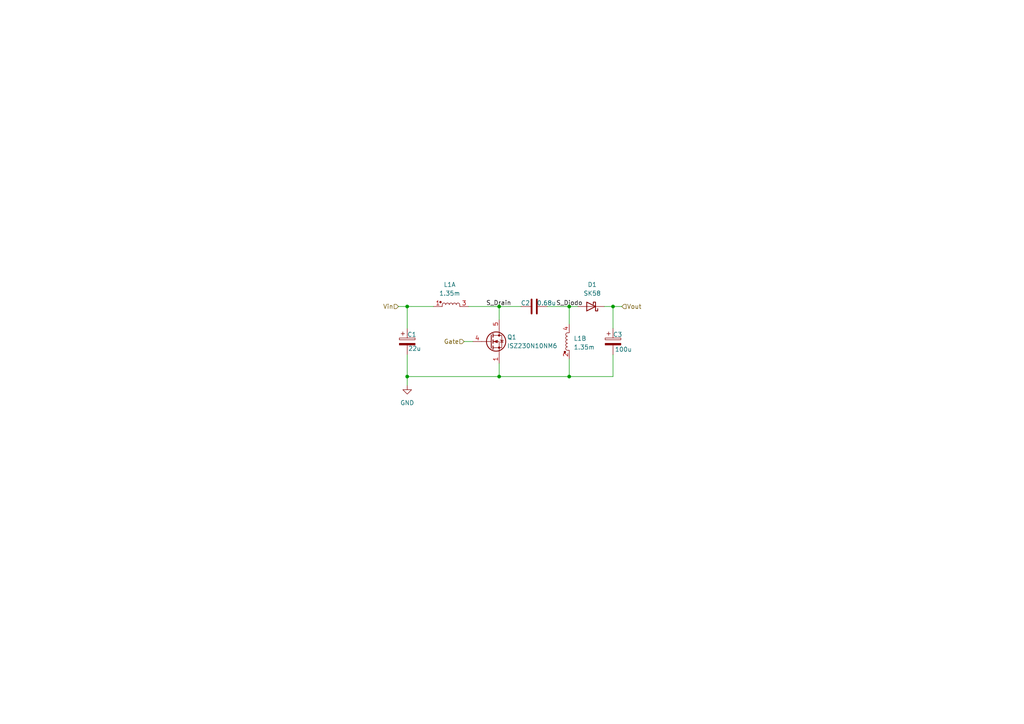
<source format=kicad_sch>
(kicad_sch (version 20250114) (generator "eeschema") (generator_version "9.0")
  (paper "A4")
  (lib_symbols
    (symbol "Device:C" (pin_numbers (hide yes)) (pin_names (offset 0.254))
      (property "Reference" "C" (at 0.635 2.54 0))
      (property "Value" "C" (at 0.635 -2.54 0))
      (symbol "C_0_1"
        (polyline (pts (xy -2.032 0.762) (xy 2.032 0.762)) (stroke (width 0.508)))
        (polyline (pts (xy -2.032 -0.762) (xy 2.032 -0.762)) (stroke (width 0.508)))
      )
      (symbol "C_1_1"
        (pin passive line (at 0 3.81 270) (length 2.794) (name "~") (number "1"))
        (pin passive line (at 0 -3.81 90) (length 2.794) (name "~") (number "2"))
      )
    )
    (symbol "Device:C_Polarized" (pin_numbers (hide yes)) (pin_names (offset 0.254))
      (property "Reference" "C" (at 0.635 2.54 0))
      (property "Value" "C_Polarized" (at 0.635 -2.54 0))
      (symbol "C_Polarized_0_1"
        (rectangle (start -2.286 0.508) (end 2.286 1.016))
        (polyline (pts (xy -1.778 2.286) (xy -0.762 2.286)))
        (polyline (pts (xy -1.27 2.794) (xy -1.27 1.778)))
        (rectangle (start 2.286 -0.508) (end -2.286 -1.016) (fill (type outline)))
      )
      (symbol "C_Polarized_1_1"
        (pin passive line (at 0 3.81 270) (length 2.794) (name "~") (number "1"))
        (pin passive line (at 0 -3.81 90) (length 2.794) (name "~") (number "2"))
      )
    )
    (symbol "Device:D_Schottky" (pin_numbers (hide yes)) (pin_names (offset 1.016) (hide yes))
      (property "Reference" "D" (at 0 2.54 0))
      (property "Value" "D_Schottky" (at 0 -2.54 0))
      (symbol "D_Schottky_0_1"
        (polyline (pts (xy -1.905 0.635) (xy -1.905 1.27) (xy -1.27 1.27) (xy -1.27 -1.27) (xy -0.635 -1.27) (xy -0.635 -0.635)) (stroke (width 0.254)))
        (polyline (pts (xy 1.27 1.27) (xy 1.27 -1.27) (xy -1.27 0) (xy 1.27 1.27)) (stroke (width 0.254)))
        (polyline (pts (xy 1.27 0) (xy -1.27 0)))
      )
      (symbol "D_Schottky_1_1"
        (pin passive line (at -3.81 0 0) (length 2.54) (name "K") (number "1"))
        (pin passive line (at 3.81 0 180) (length 2.54) (name "A") (number "2"))
      )
    )
    (symbol "L_Coupled_1"
      (property "Reference" "L" (at 0 2.794 0))
      (property "Value" "L_Coupled" (at 0 0 0))
      (symbol "L_Coupled_1_0_1"
        (circle (center -3.048 1.27) (radius 0.254) (fill (type outline)))
        (polyline (pts (xy -2.54 0.508) (xy -2.54 0)))
        (arc (start -2.54 0.508) (mid -2.032 1.0138) (end -1.524 0.508))
        (arc (start -1.524 0.508) (mid -1.016 1.0138) (end -0.508 0.508))
        (arc (start -0.508 0.508) (mid 0 1.0138) (end 0.508 0.508))
        (arc (start 0.508 0.508) (mid 1.016 1.0138) (end 1.524 0.508))
        (arc (start 1.524 0.508) (mid 2.032 1.0138) (end 2.54 0.508))
        (polyline (pts (xy 2.54 0.508) (xy 2.54 0)))
      )
      (symbol "L_Coupled_1_1_1"
        (pin passive line (at -5.08 0 0) (length 2.54) (name "") (number "1"))
        (pin passive line (at 5.08 0 180) (length 2.54) (name "") (number "3"))
      )
      (symbol "L_Coupled_1_2_1"
        (pin passive line (at -5.08 0 0) (length 2.54) (name "") (number "2"))
        (pin passive line (at 5.08 0 180) (length 2.54) (name "") (number "4"))
      )
    )
    (symbol "epicsepic:ISZ230N10NM6" (pin_names (hide yes))
      (property "Reference" "Q" (at 5.08 1.905 0))
      (property "Value" "ISZ230N10NM6" (at 5.08 0 0))
      (symbol "ISZ230N10NM6_0_1"
        (polyline (pts (xy 0.254 1.905) (xy 0.254 -1.905)) (stroke (width 0.254)))
        (polyline (pts (xy 0.254 0) (xy -2.54 0)))
        (polyline (pts (xy 0.762 2.286) (xy 0.762 1.27)) (stroke (width 0.254)))
        (polyline (pts (xy 0.762 0.508) (xy 0.762 -0.508)) (stroke (width 0.254)))
        (polyline (pts (xy 0.762 -1.27) (xy 0.762 -2.286)) (stroke (width 0.254)))
        (polyline (pts (xy 0.762 -1.778) (xy 3.302 -1.778) (xy 3.302 1.778) (xy 0.762 1.778)))
        (polyline (pts (xy 1.016 0) (xy 2.032 0.381) (xy 2.032 -0.381) (xy 1.016 0)) (fill (type outline)))
        (circle (center 1.651 0) (radius 2.794) (stroke (width 0.254)))
        (polyline (pts (xy 2.54 2.54) (xy 2.54 3.81)))
        (polyline (pts (xy 2.54 2.54) (xy 2.54 1.778)))
        (circle (center 2.54 1.778) (radius 0.254) (fill (type outline)))
        (circle (center 2.54 -1.778) (radius 0.254) (fill (type outline)))
        (polyline (pts (xy 2.54 -2.54) (xy 2.54 -3.81)))
        (polyline (pts (xy 2.54 -2.54) (xy 2.54 0) (xy 0.762 0)))
        (polyline (pts (xy 2.794 0.508) (xy 2.921 0.381) (xy 3.683 0.381) (xy 3.81 0.254)))
        (polyline (pts (xy 3.302 0.381) (xy 2.921 -0.254) (xy 3.683 -0.254) (xy 3.302 0.381)))
      )
      (symbol "ISZ230N10NM6_1_0"
        (pin input line (at -5.08 0 0) (length 2.54) (name "G") (number "4"))
        (pin passive line (at 2.54 6.35 270) (length 2.54) (name "D") (number "5"))
      )
      (symbol "ISZ230N10NM6_1_1"
        (pin passive line (at 2.54 -6.35 90) (length 2.54) (name "S") (number "1"))
      )
    )
    (symbol "epicsepic:L_Coupled"
      (property "Reference" "L" (at 0 2.794 0))
      (property "Value" "L_Coupled" (at 0 0 0))
      (symbol "L_Coupled_0_1"
        (circle (center -3.048 1.27) (radius 0.254) (fill (type outline)))
        (polyline (pts (xy -2.54 0.508) (xy -2.54 0)))
        (arc (start -2.54 0.508) (mid -2.032 1.0138) (end -1.524 0.508))
        (arc (start -1.524 0.508) (mid -1.016 1.0138) (end -0.508 0.508))
        (arc (start -0.508 0.508) (mid 0 1.0138) (end 0.508 0.508))
        (arc (start 0.508 0.508) (mid 1.016 1.0138) (end 1.524 0.508))
        (arc (start 1.524 0.508) (mid 2.032 1.0138) (end 2.54 0.508))
        (polyline (pts (xy 2.54 0.508) (xy 2.54 0)))
      )
      (symbol "L_Coupled_1_1"
        (pin passive line (at -5.08 0 0) (length 2.54) (name "") (number "1"))
        (pin passive line (at 5.08 0 180) (length 2.54) (name "") (number "3"))
      )
      (symbol "L_Coupled_2_1"
        (pin passive line (at -5.08 0 0) (length 2.54) (name "") (number "2"))
        (pin passive line (at 5.08 0 180) (length 2.54) (name "") (number "4"))
      )
    )
    (symbol "power:GND" (power) (pin_numbers (hide yes)) (pin_names (offset 0) (hide yes))
      (property "Value" "GND" (at 0 -3.81 0))
      (symbol "GND_0_1"
        (polyline (pts (xy 0 0) (xy 0 -1.27) (xy 1.27 -1.27) (xy 0 -2.54) (xy -1.27 -1.27) (xy 0 -1.27)))
      )
      (symbol "GND_1_1"
        (pin power_in line (at 0 0 270) (length 0) (name "~") (number "1"))
      )
    )
  )
  (junction (at 118.11 109.22))
  (junction (at 144.78 88.9))
  (junction (at 165.1 109.22))
  (junction (at 144.78 109.22))
  (junction (at 118.11 88.9))
  (junction (at 165.1 88.9))
  (junction (at 177.8 88.9))
  (wire (pts (xy 118.11 102.87) (xy 118.11 109.22)))
  (wire (pts (xy 144.78 88.9) (xy 144.78 92.71)))
  (wire (pts (xy 165.1 104.14) (xy 165.1 109.22)))
  (wire (pts (xy 175.26 88.9) (xy 177.8 88.9)))
  (wire (pts (xy 144.78 88.9) (xy 151.13 88.9)))
  (wire (pts (xy 165.1 109.22) (xy 177.8 109.22)))
  (wire (pts (xy 165.1 88.9) (xy 165.1 93.98)))
  (wire (pts (xy 144.78 109.22) (xy 165.1 109.22)))
  (wire (pts (xy 134.62 99.06) (xy 137.16 99.06)))
  (wire (pts (xy 177.8 88.9) (xy 180.34 88.9)))
  (wire (pts (xy 165.1 88.9) (xy 167.64 88.9)))
  (wire (pts (xy 125.73 88.9) (xy 118.11 88.9)))
  (wire (pts (xy 135.89 88.9) (xy 144.78 88.9)))
  (wire (pts (xy 177.8 88.9) (xy 177.8 95.25)))
  (wire (pts (xy 144.78 105.41) (xy 144.78 109.22)))
  (wire (pts (xy 118.11 109.22) (xy 144.78 109.22)))
  (wire (pts (xy 177.8 109.22) (xy 177.8 102.87)))
  (wire (pts (xy 118.11 109.22) (xy 118.11 111.76)))
  (wire (pts (xy 118.11 88.9) (xy 118.11 95.25)))
  (wire (pts (xy 115.57 88.9) (xy 118.11 88.9)))
  (wire (pts (xy 158.75 88.9) (xy 165.1 88.9)))
  (label "S_Diodo" (at 161.29 88.9 0))
  (label "S_Drain" (at 140.97 88.9 0))
  (hierarchical_label "Vin" (shape input) (at 115.57 88.9 180))
  (hierarchical_label "Gate" (shape input) (at 134.62 99.06 180))
  (hierarchical_label "Vout" (shape input) (at 180.34 88.9 0))
  (symbol (lib_id "Device:C_Polarized") (at 177.8 99.06 0) (unit 1)
    (property "Reference" "C3" (at 177.8 97.028 0) (effects (justify left)))
    (property "Value" "100u" (at 178.308 101.346 0) (effects (justify left)))
    (property "Footprint" "Capacitor_SMD:CP_Elec_10x12.5" (effects (hide yes)))
    (property "Datasheet" "https://content.kemet.com/datasheets/KEM_A4071_A767.pdf" (effects (hide yes)))
    (property "Description" "Condensador de polímero, 63V" (effects (hide yes)))
    (property "Dist" "Mouser" (effects (hide yes)))
    (property "DistPN" "80-A767MU107M1JLAE28" (effects (hide yes)))
    (property "Mfg" "Kemet" (effects (hide yes)))
    (property "MfgPN" "A767MU107M1JLAE28" (effects (hide yes)))
  )
  (symbol (lib_id "epicsepic:L_Coupled") (at 165.1 99.06 90) (unit 2)
    (property "Reference" "L1" (at 166.37 98.1709 90) (effects (justify right)))
    (property "Value" "1.35m" (at 166.37 100.7109 90) (effects (justify right)))
    (property "Footprint" "footprints:SRF1280680M" (effects (hide yes)))
    (property "Datasheet" "https://bourns.com/docs/product-datasheets/srf1280.pdf" (effects (hide yes)))
    (property "Description" "Inductor acoplado" (effects (hide yes)))
    (property "Dist" "Mouser" (effects (hide yes)))
    (property "DistPN" "652-SRF1280-680M" (effects (hide yes)))
    (property "Mfg" "Bourns" (effects (hide yes)))
    (property "MfgPN" "SRF1280-680M" (effects (hide yes)))
  )
  (symbol (lib_id "epicsepic:ISZ230N10NM6") (at 142.24 99.06 0) (unit 1)
    (property "Reference" "Q1" (at 147.066 97.79 0) (effects (justify left)))
    (property "Value" "ISZ230N10NM6" (at 147.066 100.33 0) (effects (justify left)))
    (property "Footprint" "footprints:PG-TSDSON-8-25" (effects (hide yes)))
    (property "Datasheet" "https://www.infineon.com/assets/row/public/documents/24/49/infineon-isz230n10nm6-datasheet-en.pdf" (effects (hide yes)))
    (property "Description" "MOSFET Canal N, 31A Id, 100V Vds, 23mOhm Rds" (effects (hide yes)))
    (property "Dist" "Mouser" (effects (hide yes)))
    (property "DistPN" "726-ISZ230N10NM6ATMA" (effects (hide yes)))
    (property "Mfg" "Infineon" (effects (hide yes)))
    (property "MfgPN" "ISZ230N10NM6ATMA1" (effects (hide yes)))
  )
  (symbol (lib_id "Device:C") (at 154.94 88.9 90) (unit 1)
    (property "Reference" "C2" (at 152.4 87.884 90))
    (property "Value" "0.68u" (at 158.496 87.884 90))
    (property "Footprint" "Capacitor_SMD:C_1206_3216Metric" (effects (hide yes)))
    (property "Datasheet" "https://content.kemet.com/datasheets/KEM_C1002_X7R_SMD.pdf" (effects (hide yes)))
    (property "Description" "Condensador cerámico. 100V" (effects (hide yes)))
    (property "Dist" "Mouser" (effects (hide yes)))
    (property "DistPN" "80-C1206C684M1R" (effects (hide yes)))
    (property "Mfg" "Kemet" (effects (hide yes)))
    (property "MfgPN" "C1206C684M1RACTU" (effects (hide yes)))
  )
  (symbol (lib_id "power:GND") (at 118.11 111.76 0) (unit 1)
    (property "Reference" "#PWR04" (effects (hide yes)))
    (property "Value" "GND" (at 118.11 116.84 0))
    (property "Description" "Power symbol creates a global label with name \"GND\" , ground" (effects (hide yes)))
  )
  (symbol (lib_id "Device:D_Schottky") (at 171.45 88.9 180) (unit 1)
    (property "Reference" "D1" (at 171.7675 82.55 0))
    (property "Value" "SK58" (at 171.7675 85.09 0))
    (property "Footprint" "Diode_SMD:D_SMB" (effects (hide yes)))
    (property "Datasheet" "https://diotec.com/request/datasheet/sk52.pdf" (effects (hide yes)))
    (property "Description" "Diodo Schottky, 5A, 80V" (effects (hide yes)))
    (property "Dist" "Mouser" (effects (hide yes)))
    (property "DistPN" "637-SK58" (effects (hide yes)))
    (property "Mfg" "Diotec" (effects (hide yes)))
    (property "MfgPN" "SK58" (effects (hide yes)))
  )
  (symbol (lib_id "Device:C_Polarized") (at 118.11 99.06 0) (unit 1)
    (property "Reference" "C1" (at 118.11 97.028 0) (effects (justify left)))
    (property "Value" "22u" (at 118.364 101.092 0) (effects (justify left)))
    (property "Footprint" "Capacitor_SMD:CP_Elec_8x10" (effects (hide yes)))
    (property "Datasheet" "https://content.kemet.com/datasheets/KEM_A4071_A767.pdf" (effects (hide yes)))
    (property "Description" "Condensador de polímero, 50V" (effects (hide yes)))
    (property "Dist" "Mouser" (effects (hide yes)))
    (property "DistPN" "80-A767KN226M1HLAE50" (effects (hide yes)))
    (property "Mfg" "Kemet" (effects (hide yes)))
    (property "MfgPN" "A767KN226M1HLAE050" (effects (hide yes)))
  )
  (symbol (lib_name "L_Coupled_1") (lib_id "epicsepic:L_Coupled") (at 130.81 88.9 0) (unit 1)
    (property "Reference" "L1" (at 130.429 82.55 0))
    (property "Value" "1.35m" (at 130.429 85.09 0))
    (property "Footprint" "footprints:SRF1280680M" (effects (hide yes)))
    (property "Datasheet" "https://bourns.com/docs/product-datasheets/srf1280.pdf" (effects (hide yes)))
    (property "Description" "Inductor acoplado" (effects (hide yes)))
    (property "Dist" "Mouser" (effects (hide yes)))
    (property "DistPN" "652-SRF1280-680M" (effects (hide yes)))
    (property "Mfg" "Bourns" (effects (hide yes)))
    (property "MfgPN" "SRF1280-680M" (effects (hide yes)))
  )
)
</source>
